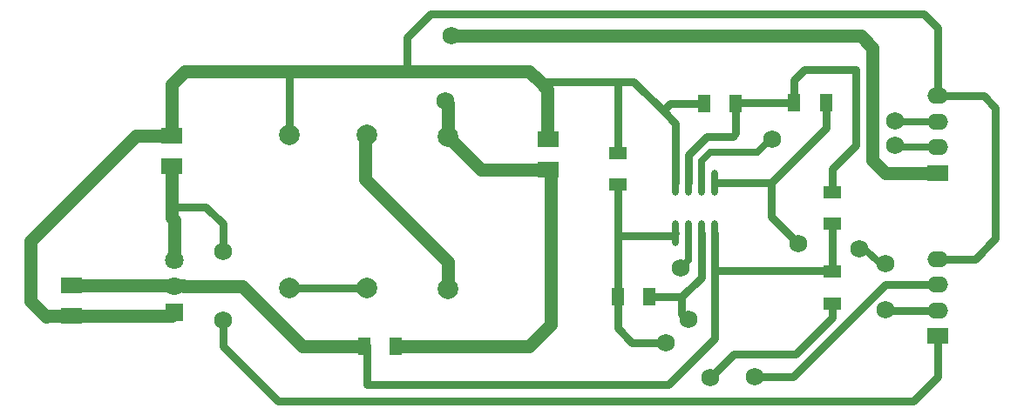
<source format=gtl>
G04*
G04 #@! TF.GenerationSoftware,Altium Limited,CircuitMaker,2.3.0 (2.3.0.3)*
G04*
G04 Layer_Physical_Order=1*
G04 Layer_Color=25308*
%FSLAX44Y44*%
%MOMM*%
G71*
G04*
G04 #@! TF.SameCoordinates,4CE4C32A-56F3-46D9-927F-75582E0A72BF*
G04*
G04*
G04 #@! TF.FilePolarity,Positive*
G04*
G01*
G75*
%ADD10R,1.8000X1.3000*%
%ADD11R,1.3000X1.8000*%
%ADD12O,0.7000X2.5000*%
%ADD13R,2.0000X1.6500*%
%ADD14C,0.7620*%
%ADD15C,0.6350*%
%ADD16C,1.2700*%
%ADD17C,2.0000*%
%ADD18O,2.0320X1.5240*%
%ADD19R,2.0320X1.5240*%
%ADD20R,1.8000X1.8000*%
%ADD21C,1.8000*%
%ADD22C,1.7500*%
D10*
X894080Y153410D02*
D03*
Y184410D02*
D03*
Y261880D02*
D03*
Y230880D02*
D03*
X685800Y299980D02*
D03*
Y268980D02*
D03*
D11*
X769360Y347980D02*
D03*
X800360D02*
D03*
X685540Y160020D02*
D03*
X716540D02*
D03*
X856990Y349250D02*
D03*
X887990D02*
D03*
X439160Y111760D02*
D03*
X470160D02*
D03*
D12*
X779780Y270880D02*
D03*
X767080D02*
D03*
X754380D02*
D03*
X741680D02*
D03*
X779780Y221880D02*
D03*
X767080D02*
D03*
X754380D02*
D03*
X741680D02*
D03*
D13*
X618490Y283700D02*
D03*
Y313200D02*
D03*
X154940Y170960D02*
D03*
Y141460D02*
D03*
X252730Y287510D02*
D03*
Y317010D02*
D03*
D14*
X894080Y139700D02*
Y153410D01*
X858520Y104140D02*
X894080Y139700D01*
X798830Y104140D02*
X858520D01*
X748030Y143510D02*
X754380Y137160D01*
X945350Y171920D02*
X996950D01*
X855980Y82550D02*
X945350Y171920D01*
X819150Y82550D02*
X855980D01*
X775970Y81280D02*
X798830Y104140D01*
X1041400Y355600D02*
X1052830Y344170D01*
Y217170D02*
Y344170D01*
X1032580Y196920D02*
X1052830Y217170D01*
X367030Y168910D02*
X441960D01*
X367030Y378460D02*
X368300Y379730D01*
X367030Y317500D02*
Y378460D01*
X946150Y147320D02*
X946550Y146920D01*
X996950D01*
X355600Y58420D02*
X972820D01*
X302260Y111760D02*
X355600Y58420D01*
X972820D02*
X996950Y82550D01*
X481330Y381000D02*
X482600Y379730D01*
X481330Y381000D02*
Y412750D01*
X504190Y435610D01*
X982980D01*
X996950Y421640D01*
Y355670D02*
Y421640D01*
X729615Y340995D02*
X741680Y328930D01*
X701040Y369570D02*
X729615Y340995D01*
X736600Y347980D01*
X769360D01*
X887990Y324110D02*
Y349250D01*
X834760Y270880D02*
X887990Y324110D01*
X834760Y238390D02*
Y270880D01*
Y238390D02*
X861060Y212090D01*
X754380Y137160D02*
Y138430D01*
X748030Y143510D02*
Y160020D01*
X779780Y270880D02*
X834760D01*
X916940Y307340D02*
Y381000D01*
X894080Y284480D02*
X916940Y307340D01*
X996950Y355670D02*
X997020Y355600D01*
X1041400D01*
X996950Y196920D02*
X1032580D01*
X252730Y247650D02*
X285750D01*
X302260Y231140D01*
Y204470D02*
Y231140D01*
Y111760D02*
Y137160D01*
X996950Y82550D02*
Y121920D01*
X800360Y319030D02*
Y347980D01*
X797560Y316230D02*
X800360Y319030D01*
X772160Y316230D02*
X797560D01*
X754380Y298450D02*
X772160Y316230D01*
X754380Y270880D02*
Y298450D01*
X801630Y349250D02*
X856990D01*
X800360Y347980D02*
X801630Y349250D01*
X856990D02*
Y370580D01*
X867410Y381000D01*
X916940D01*
X894080Y261880D02*
Y284480D01*
X779780Y185420D02*
Y221880D01*
Y119380D02*
Y185420D01*
X893070D02*
X894080Y184410D01*
X779780Y185420D02*
X893070D01*
X894080Y184410D02*
Y230880D01*
X699770Y115570D02*
X732790D01*
X685540Y129800D02*
X699770Y115570D01*
X685540Y129800D02*
Y160020D01*
X767080Y179070D02*
Y221880D01*
X748030Y160020D02*
X767080Y179070D01*
X716540Y160020D02*
X748030D01*
X685540Y219710D02*
Y268720D01*
Y160020D02*
Y219710D01*
X739510D01*
X741680Y221880D01*
X685540Y268720D02*
X685800Y268980D01*
X684530Y369570D02*
X701040D01*
X610870D02*
X684530D01*
X685800Y368300D01*
Y299980D02*
Y368300D01*
X439160Y111760D02*
X441960Y108960D01*
Y74930D02*
Y108960D01*
Y74930D02*
X735330D01*
X779780Y119380D01*
X610235Y368935D02*
X610870Y369570D01*
X741680Y270880D02*
Y328930D01*
D15*
X955275Y331470D02*
X956075Y330670D01*
X940435Y192405D02*
X946150D01*
X925830Y207010D02*
X940435Y192405D01*
X920750Y207010D02*
X925830D01*
X956075Y330670D02*
X996950D01*
X956310Y306070D02*
X996550D01*
X955040Y307340D02*
X956310Y306070D01*
X996550D02*
X996950Y305670D01*
X746760Y187960D02*
X754380Y195580D01*
Y221880D01*
X834390Y313690D02*
X835660D01*
X821690Y300990D02*
X834390Y313690D01*
X775970Y300990D02*
X821690D01*
X767080Y292100D02*
X775970Y300990D01*
X767080Y270880D02*
Y292100D01*
D16*
X933450Y293370D02*
Y402590D01*
Y293370D02*
X946150Y280670D01*
X996950D01*
X922020Y414020D02*
X933450Y402590D01*
X130810Y140970D02*
Y141460D01*
X154940D01*
X115570Y156210D02*
X130810Y140970D01*
X115570Y156210D02*
Y214630D01*
X217950Y317010D01*
X252730D01*
X440690Y316230D02*
X441960Y317500D01*
X440690Y274320D02*
Y316230D01*
Y274320D02*
X520700Y194310D01*
Y167640D02*
Y194310D01*
X265430Y379730D02*
X368300D01*
X482600D02*
X599440D01*
X368300D02*
X482600D01*
X524510Y414020D02*
X922020D01*
X518160Y350520D02*
X520700Y347980D01*
Y316230D02*
Y347980D01*
X252730Y247650D02*
Y287510D01*
Y237490D02*
Y247650D01*
X610235Y368935D02*
X617220Y361950D01*
X599440Y379730D02*
X610235Y368935D01*
X519430Y168910D02*
X520700Y167640D01*
X252730Y237490D02*
X255270Y234950D01*
Y195580D02*
Y234950D01*
X251950Y141460D02*
X255270Y144780D01*
X154940Y141460D02*
X251950D01*
X264160Y170180D02*
X321310D01*
X154940Y170960D02*
X263380D01*
X264160Y170180D01*
X321310D02*
X379730Y111760D01*
X439160D01*
X618490Y283700D02*
X621030Y281160D01*
Y133350D02*
Y281160D01*
X599440Y111760D02*
X621030Y133350D01*
X470160Y111760D02*
X599440D01*
X520700Y316230D02*
X553230Y283700D01*
X618490D01*
X617220Y314470D02*
X618490Y313200D01*
X617220Y314470D02*
Y361950D01*
X252730Y367030D02*
X265430Y379730D01*
X252730Y317010D02*
Y367030D01*
D17*
X367030Y317500D02*
D03*
Y168910D02*
D03*
X520700Y167640D02*
D03*
Y316230D02*
D03*
X441960Y168910D02*
D03*
Y317500D02*
D03*
D18*
X996950Y196920D02*
D03*
Y171920D02*
D03*
Y146920D02*
D03*
Y355670D02*
D03*
Y330670D02*
D03*
Y305670D02*
D03*
D19*
Y121920D02*
D03*
Y280670D02*
D03*
D20*
X255270Y144780D02*
D03*
D21*
Y170180D02*
D03*
Y195580D02*
D03*
D22*
X819150Y82550D02*
D03*
X775970Y81280D02*
D03*
X955275Y331470D02*
D03*
X946150Y192405D02*
D03*
X955040Y307340D02*
D03*
X920750Y207010D02*
D03*
X946150Y147320D02*
D03*
X861060Y212090D02*
D03*
X754380Y138430D02*
D03*
X746760Y187960D02*
D03*
X835660Y313690D02*
D03*
X524510Y414020D02*
D03*
X518160Y350520D02*
D03*
X302260Y204470D02*
D03*
Y137160D02*
D03*
X732790Y115570D02*
D03*
M02*

</source>
